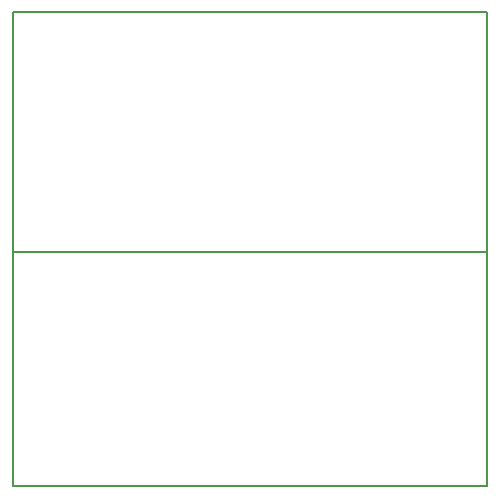
<source format=gbr>
G04 #@! TF.FileFunction,Profile,NP*
%FSLAX46Y46*%
G04 Gerber Fmt 4.6, Leading zero omitted, Abs format (unit mm)*
G04 Created by KiCad (PCBNEW 4.0.1-stable) date 16. 2. 2016 6:52:41*
%MOMM*%
G01*
G04 APERTURE LIST*
%ADD10C,0.300000*%
%ADD11C,0.150000*%
G04 APERTURE END LIST*
D10*
D11*
X254000Y20066000D02*
X40386000Y20066000D01*
X254000Y40386000D02*
X254000Y254000D01*
X40386000Y40386000D02*
X254000Y40386000D01*
X40386000Y254000D02*
X40386000Y40386000D01*
X254000Y254000D02*
X40386000Y254000D01*
M02*

</source>
